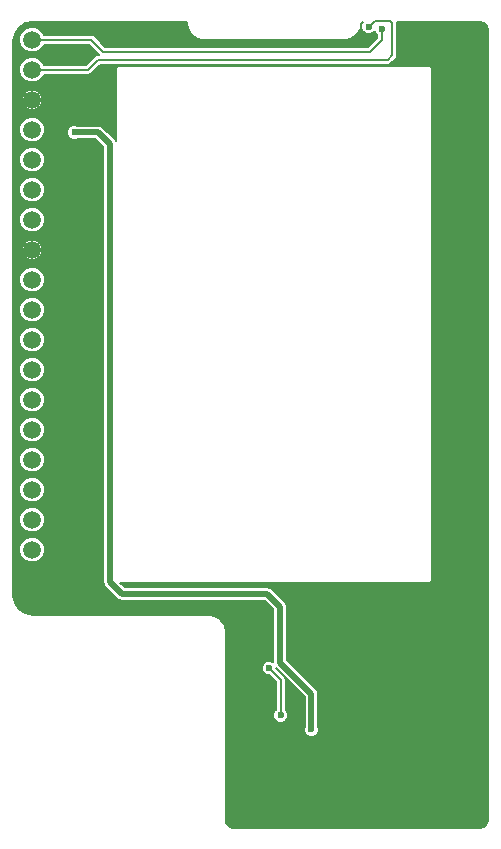
<source format=gbr>
G04 #@! TF.FileFunction,Copper,L2,Bot,Signal*
%FSLAX46Y46*%
G04 Gerber Fmt 4.6, Leading zero omitted, Abs format (unit mm)*
G04 Created by KiCad (PCBNEW 4.0.6-e0-6349~53~ubuntu14.04.1) date Sun Jun 18 12:02:25 2017*
%MOMM*%
%LPD*%
G01*
G04 APERTURE LIST*
%ADD10C,0.100000*%
%ADD11C,1.500000*%
%ADD12C,0.600000*%
%ADD13C,0.200000*%
%ADD14C,0.500000*%
G04 APERTURE END LIST*
D10*
D11*
X128000000Y-85990000D03*
X128000000Y-88530000D03*
X128000000Y-91070000D03*
X128000000Y-93610000D03*
X128000000Y-96150000D03*
X128000000Y-98690000D03*
X128000000Y-101230000D03*
X128000000Y-103770000D03*
X128000000Y-106310000D03*
X128000000Y-108850000D03*
X128000000Y-111390000D03*
X128000000Y-113930000D03*
X128000000Y-116470000D03*
X128000000Y-119010000D03*
X128000000Y-121550000D03*
X128000000Y-124090000D03*
X128000000Y-83450000D03*
X128000000Y-80910000D03*
D12*
X156500000Y-79800000D03*
X157600000Y-80000000D03*
X131600000Y-88750000D03*
X151650000Y-139300000D03*
X148050000Y-134100000D03*
X149050000Y-138100000D03*
D13*
X128000000Y-83450000D02*
X132750000Y-83450000D01*
X157000000Y-79300000D02*
X156500000Y-79800000D01*
X158300000Y-79300000D02*
X157000000Y-79300000D01*
X158500000Y-79500000D02*
X158300000Y-79300000D01*
X158500000Y-82200000D02*
X158500000Y-79500000D01*
X158100000Y-82600000D02*
X158500000Y-82200000D01*
X133600000Y-82600000D02*
X158100000Y-82600000D01*
X132750000Y-83450000D02*
X133600000Y-82600000D01*
X128000000Y-80910000D02*
X133010000Y-80910000D01*
X157600000Y-80900000D02*
X157600000Y-80000000D01*
X156600000Y-81900000D02*
X157600000Y-80900000D01*
X134000000Y-81900000D02*
X156600000Y-81900000D01*
X133010000Y-80910000D02*
X134000000Y-81900000D01*
D14*
X149100000Y-133725000D02*
X149000000Y-133625000D01*
X131600000Y-88750000D02*
X133600000Y-88750000D01*
X133600000Y-88750000D02*
X134600000Y-89750000D01*
X134600000Y-89750000D02*
X134600000Y-126825000D01*
X134600000Y-126825000D02*
X135600000Y-127825000D01*
X135600000Y-127825000D02*
X147925000Y-127825000D01*
X147925000Y-127825000D02*
X149000000Y-128900000D01*
X149000000Y-133625000D02*
X149000000Y-128900000D01*
X151650000Y-136275000D02*
X149100000Y-133725000D01*
X149100000Y-133725000D02*
X149125000Y-133750000D01*
X151650000Y-139300000D02*
X151650000Y-136275000D01*
D13*
X149050000Y-135100000D02*
X148050000Y-134100000D01*
X149050000Y-138100000D02*
X149050000Y-135100000D01*
G36*
X141037220Y-79410142D02*
X141068774Y-79431225D01*
X141089859Y-79462781D01*
X141112590Y-79577060D01*
X141188710Y-79959743D01*
X141247689Y-80102133D01*
X141464462Y-80426557D01*
X141518953Y-80481047D01*
X141573443Y-80535538D01*
X141897867Y-80752310D01*
X142040256Y-80811290D01*
X142040257Y-80811290D01*
X142422940Y-80887410D01*
X142461843Y-80887410D01*
X142500000Y-80895000D01*
X154500000Y-80895000D01*
X154538157Y-80887410D01*
X154577060Y-80887410D01*
X154959743Y-80811290D01*
X155102133Y-80752311D01*
X155426557Y-80535538D01*
X155481047Y-80481047D01*
X155535538Y-80426557D01*
X155752310Y-80102133D01*
X155811290Y-79959744D01*
X155811290Y-79959743D01*
X155887410Y-79577060D01*
X155910142Y-79462780D01*
X155931225Y-79431226D01*
X155962781Y-79410141D01*
X156025447Y-79397676D01*
X155974696Y-79448339D01*
X155880107Y-79676133D01*
X155879892Y-79922785D01*
X155974083Y-80150743D01*
X156148339Y-80325304D01*
X156376133Y-80419893D01*
X156622785Y-80420108D01*
X156850743Y-80325917D01*
X157001600Y-80175323D01*
X157074083Y-80350743D01*
X157180000Y-80456845D01*
X157180000Y-80726030D01*
X156426030Y-81480000D01*
X134173970Y-81480000D01*
X133306985Y-80613015D01*
X133170727Y-80521971D01*
X133010000Y-80490000D01*
X128984202Y-80490000D01*
X128907631Y-80304685D01*
X128606898Y-80003427D01*
X128213770Y-79840186D01*
X127788098Y-79839814D01*
X127394685Y-80002369D01*
X127093427Y-80303102D01*
X126930186Y-80696230D01*
X126929814Y-81121902D01*
X127092369Y-81515315D01*
X127393102Y-81816573D01*
X127786230Y-81979814D01*
X128211902Y-81980186D01*
X128605315Y-81817631D01*
X128906573Y-81516898D01*
X128984180Y-81330000D01*
X132836030Y-81330000D01*
X133686030Y-82180000D01*
X133600005Y-82180000D01*
X133600000Y-82179999D01*
X133465940Y-82206666D01*
X133439273Y-82211971D01*
X133325443Y-82288029D01*
X133303015Y-82303015D01*
X132576030Y-83030000D01*
X128984202Y-83030000D01*
X128907631Y-82844685D01*
X128606898Y-82543427D01*
X128213770Y-82380186D01*
X127788098Y-82379814D01*
X127394685Y-82542369D01*
X127093427Y-82843102D01*
X126930186Y-83236230D01*
X126929814Y-83661902D01*
X127092369Y-84055315D01*
X127393102Y-84356573D01*
X127786230Y-84519814D01*
X128211902Y-84520186D01*
X128605315Y-84357631D01*
X128906573Y-84056898D01*
X128984180Y-83870000D01*
X132750000Y-83870000D01*
X132910727Y-83838029D01*
X133046985Y-83746985D01*
X133773970Y-83020000D01*
X158100000Y-83020000D01*
X158260727Y-82988029D01*
X158396985Y-82896985D01*
X158796985Y-82496985D01*
X158888029Y-82360727D01*
X158920000Y-82200000D01*
X158920000Y-79500000D01*
X158899114Y-79395000D01*
X165961098Y-79395000D01*
X166228561Y-79448201D01*
X166422327Y-79577671D01*
X166551799Y-79771440D01*
X166605000Y-80038902D01*
X166605000Y-146961098D01*
X166551799Y-147228560D01*
X166422327Y-147422329D01*
X166228561Y-147551799D01*
X165961098Y-147605000D01*
X145038902Y-147605000D01*
X144771440Y-147551799D01*
X144577671Y-147422327D01*
X144448201Y-147228561D01*
X144395000Y-146961098D01*
X144395000Y-131000000D01*
X144387410Y-130961843D01*
X144387410Y-130922940D01*
X144311290Y-130540257D01*
X144252310Y-130397867D01*
X144035538Y-130073443D01*
X143981047Y-130018953D01*
X143926557Y-129964462D01*
X143602133Y-129747689D01*
X143459743Y-129688710D01*
X143077060Y-129612590D01*
X143038157Y-129612590D01*
X143000000Y-129605000D01*
X128038903Y-129605000D01*
X127388755Y-129475677D01*
X126870565Y-129129435D01*
X126524323Y-128611245D01*
X126395000Y-127961096D01*
X126395000Y-124301902D01*
X126929814Y-124301902D01*
X127092369Y-124695315D01*
X127393102Y-124996573D01*
X127786230Y-125159814D01*
X128211902Y-125160186D01*
X128605315Y-124997631D01*
X128906573Y-124696898D01*
X129069814Y-124303770D01*
X129070186Y-123878098D01*
X128907631Y-123484685D01*
X128606898Y-123183427D01*
X128213770Y-123020186D01*
X127788098Y-123019814D01*
X127394685Y-123182369D01*
X127093427Y-123483102D01*
X126930186Y-123876230D01*
X126929814Y-124301902D01*
X126395000Y-124301902D01*
X126395000Y-121761902D01*
X126929814Y-121761902D01*
X127092369Y-122155315D01*
X127393102Y-122456573D01*
X127786230Y-122619814D01*
X128211902Y-122620186D01*
X128605315Y-122457631D01*
X128906573Y-122156898D01*
X129069814Y-121763770D01*
X129070186Y-121338098D01*
X128907631Y-120944685D01*
X128606898Y-120643427D01*
X128213770Y-120480186D01*
X127788098Y-120479814D01*
X127394685Y-120642369D01*
X127093427Y-120943102D01*
X126930186Y-121336230D01*
X126929814Y-121761902D01*
X126395000Y-121761902D01*
X126395000Y-119221902D01*
X126929814Y-119221902D01*
X127092369Y-119615315D01*
X127393102Y-119916573D01*
X127786230Y-120079814D01*
X128211902Y-120080186D01*
X128605315Y-119917631D01*
X128906573Y-119616898D01*
X129069814Y-119223770D01*
X129070186Y-118798098D01*
X128907631Y-118404685D01*
X128606898Y-118103427D01*
X128213770Y-117940186D01*
X127788098Y-117939814D01*
X127394685Y-118102369D01*
X127093427Y-118403102D01*
X126930186Y-118796230D01*
X126929814Y-119221902D01*
X126395000Y-119221902D01*
X126395000Y-116681902D01*
X126929814Y-116681902D01*
X127092369Y-117075315D01*
X127393102Y-117376573D01*
X127786230Y-117539814D01*
X128211902Y-117540186D01*
X128605315Y-117377631D01*
X128906573Y-117076898D01*
X129069814Y-116683770D01*
X129070186Y-116258098D01*
X128907631Y-115864685D01*
X128606898Y-115563427D01*
X128213770Y-115400186D01*
X127788098Y-115399814D01*
X127394685Y-115562369D01*
X127093427Y-115863102D01*
X126930186Y-116256230D01*
X126929814Y-116681902D01*
X126395000Y-116681902D01*
X126395000Y-114141902D01*
X126929814Y-114141902D01*
X127092369Y-114535315D01*
X127393102Y-114836573D01*
X127786230Y-114999814D01*
X128211902Y-115000186D01*
X128605315Y-114837631D01*
X128906573Y-114536898D01*
X129069814Y-114143770D01*
X129070186Y-113718098D01*
X128907631Y-113324685D01*
X128606898Y-113023427D01*
X128213770Y-112860186D01*
X127788098Y-112859814D01*
X127394685Y-113022369D01*
X127093427Y-113323102D01*
X126930186Y-113716230D01*
X126929814Y-114141902D01*
X126395000Y-114141902D01*
X126395000Y-111601902D01*
X126929814Y-111601902D01*
X127092369Y-111995315D01*
X127393102Y-112296573D01*
X127786230Y-112459814D01*
X128211902Y-112460186D01*
X128605315Y-112297631D01*
X128906573Y-111996898D01*
X129069814Y-111603770D01*
X129070186Y-111178098D01*
X128907631Y-110784685D01*
X128606898Y-110483427D01*
X128213770Y-110320186D01*
X127788098Y-110319814D01*
X127394685Y-110482369D01*
X127093427Y-110783102D01*
X126930186Y-111176230D01*
X126929814Y-111601902D01*
X126395000Y-111601902D01*
X126395000Y-109061902D01*
X126929814Y-109061902D01*
X127092369Y-109455315D01*
X127393102Y-109756573D01*
X127786230Y-109919814D01*
X128211902Y-109920186D01*
X128605315Y-109757631D01*
X128906573Y-109456898D01*
X129069814Y-109063770D01*
X129070186Y-108638098D01*
X128907631Y-108244685D01*
X128606898Y-107943427D01*
X128213770Y-107780186D01*
X127788098Y-107779814D01*
X127394685Y-107942369D01*
X127093427Y-108243102D01*
X126930186Y-108636230D01*
X126929814Y-109061902D01*
X126395000Y-109061902D01*
X126395000Y-106521902D01*
X126929814Y-106521902D01*
X127092369Y-106915315D01*
X127393102Y-107216573D01*
X127786230Y-107379814D01*
X128211902Y-107380186D01*
X128605315Y-107217631D01*
X128906573Y-106916898D01*
X129069814Y-106523770D01*
X129070186Y-106098098D01*
X128907631Y-105704685D01*
X128606898Y-105403427D01*
X128213770Y-105240186D01*
X127788098Y-105239814D01*
X127394685Y-105402369D01*
X127093427Y-105703102D01*
X126930186Y-106096230D01*
X126929814Y-106521902D01*
X126395000Y-106521902D01*
X126395000Y-103981902D01*
X126929814Y-103981902D01*
X127092369Y-104375315D01*
X127393102Y-104676573D01*
X127786230Y-104839814D01*
X128211902Y-104840186D01*
X128605315Y-104677631D01*
X128906573Y-104376898D01*
X129069814Y-103983770D01*
X129070186Y-103558098D01*
X128907631Y-103164685D01*
X128606898Y-102863427D01*
X128213770Y-102700186D01*
X127788098Y-102699814D01*
X127394685Y-102862369D01*
X127093427Y-103163102D01*
X126930186Y-103556230D01*
X126929814Y-103981902D01*
X126395000Y-103981902D01*
X126395000Y-101441902D01*
X126929814Y-101441902D01*
X127092369Y-101835315D01*
X127393102Y-102136573D01*
X127786230Y-102299814D01*
X128211902Y-102300186D01*
X128605315Y-102137631D01*
X128906573Y-101836898D01*
X129069814Y-101443770D01*
X129070186Y-101018098D01*
X128907631Y-100624685D01*
X128606898Y-100323427D01*
X128213770Y-100160186D01*
X127788098Y-100159814D01*
X127394685Y-100322369D01*
X127093427Y-100623102D01*
X126930186Y-101016230D01*
X126929814Y-101441902D01*
X126395000Y-101441902D01*
X126395000Y-99302553D01*
X127422802Y-99302553D01*
X127511032Y-99405539D01*
X127822078Y-99538192D01*
X128160210Y-99541715D01*
X128473952Y-99415573D01*
X128488968Y-99405539D01*
X128577198Y-99302553D01*
X128000000Y-98725355D01*
X127422802Y-99302553D01*
X126395000Y-99302553D01*
X126395000Y-98850210D01*
X127148285Y-98850210D01*
X127274427Y-99163952D01*
X127284461Y-99178968D01*
X127387447Y-99267198D01*
X127964645Y-98690000D01*
X128035355Y-98690000D01*
X128612553Y-99267198D01*
X128715539Y-99178968D01*
X128848192Y-98867922D01*
X128851715Y-98529790D01*
X128725573Y-98216048D01*
X128715539Y-98201032D01*
X128612553Y-98112802D01*
X128035355Y-98690000D01*
X127964645Y-98690000D01*
X127387447Y-98112802D01*
X127284461Y-98201032D01*
X127151808Y-98512078D01*
X127148285Y-98850210D01*
X126395000Y-98850210D01*
X126395000Y-98077447D01*
X127422802Y-98077447D01*
X128000000Y-98654645D01*
X128577198Y-98077447D01*
X128488968Y-97974461D01*
X128177922Y-97841808D01*
X127839790Y-97838285D01*
X127526048Y-97964427D01*
X127511032Y-97974461D01*
X127422802Y-98077447D01*
X126395000Y-98077447D01*
X126395000Y-96361902D01*
X126929814Y-96361902D01*
X127092369Y-96755315D01*
X127393102Y-97056573D01*
X127786230Y-97219814D01*
X128211902Y-97220186D01*
X128605315Y-97057631D01*
X128906573Y-96756898D01*
X129069814Y-96363770D01*
X129070186Y-95938098D01*
X128907631Y-95544685D01*
X128606898Y-95243427D01*
X128213770Y-95080186D01*
X127788098Y-95079814D01*
X127394685Y-95242369D01*
X127093427Y-95543102D01*
X126930186Y-95936230D01*
X126929814Y-96361902D01*
X126395000Y-96361902D01*
X126395000Y-93821902D01*
X126929814Y-93821902D01*
X127092369Y-94215315D01*
X127393102Y-94516573D01*
X127786230Y-94679814D01*
X128211902Y-94680186D01*
X128605315Y-94517631D01*
X128906573Y-94216898D01*
X129069814Y-93823770D01*
X129070186Y-93398098D01*
X128907631Y-93004685D01*
X128606898Y-92703427D01*
X128213770Y-92540186D01*
X127788098Y-92539814D01*
X127394685Y-92702369D01*
X127093427Y-93003102D01*
X126930186Y-93396230D01*
X126929814Y-93821902D01*
X126395000Y-93821902D01*
X126395000Y-91281902D01*
X126929814Y-91281902D01*
X127092369Y-91675315D01*
X127393102Y-91976573D01*
X127786230Y-92139814D01*
X128211902Y-92140186D01*
X128605315Y-91977631D01*
X128906573Y-91676898D01*
X129069814Y-91283770D01*
X129070186Y-90858098D01*
X128907631Y-90464685D01*
X128606898Y-90163427D01*
X128213770Y-90000186D01*
X127788098Y-89999814D01*
X127394685Y-90162369D01*
X127093427Y-90463102D01*
X126930186Y-90856230D01*
X126929814Y-91281902D01*
X126395000Y-91281902D01*
X126395000Y-88741902D01*
X126929814Y-88741902D01*
X127092369Y-89135315D01*
X127393102Y-89436573D01*
X127786230Y-89599814D01*
X128211902Y-89600186D01*
X128605315Y-89437631D01*
X128906573Y-89136898D01*
X129016242Y-88872785D01*
X130979892Y-88872785D01*
X131074083Y-89100743D01*
X131248339Y-89275304D01*
X131476133Y-89369893D01*
X131722785Y-89370108D01*
X131844055Y-89320000D01*
X133363898Y-89320000D01*
X134030000Y-89986102D01*
X134030000Y-126825000D01*
X134073389Y-127043130D01*
X134196949Y-127228051D01*
X135196949Y-128228051D01*
X135381871Y-128351612D01*
X135600000Y-128395000D01*
X147688898Y-128395000D01*
X148430000Y-129136102D01*
X148430000Y-133603085D01*
X148401661Y-133574696D01*
X148173867Y-133480107D01*
X147927215Y-133479892D01*
X147699257Y-133574083D01*
X147524696Y-133748339D01*
X147430107Y-133976133D01*
X147429892Y-134222785D01*
X147524083Y-134450743D01*
X147698339Y-134625304D01*
X147926133Y-134719893D01*
X148076054Y-134720024D01*
X148630000Y-135273970D01*
X148630000Y-137643219D01*
X148524696Y-137748339D01*
X148430107Y-137976133D01*
X148429892Y-138222785D01*
X148524083Y-138450743D01*
X148698339Y-138625304D01*
X148926133Y-138719893D01*
X149172785Y-138720108D01*
X149400743Y-138625917D01*
X149575304Y-138451661D01*
X149669893Y-138223867D01*
X149670108Y-137977215D01*
X149575917Y-137749257D01*
X149470000Y-137643155D01*
X149470000Y-135100005D01*
X149470001Y-135100000D01*
X149438029Y-134939274D01*
X149438029Y-134939273D01*
X149346985Y-134803015D01*
X148669978Y-134126008D01*
X148670000Y-134101102D01*
X151080000Y-136511102D01*
X151080000Y-139055978D01*
X151030107Y-139176133D01*
X151029892Y-139422785D01*
X151124083Y-139650743D01*
X151298339Y-139825304D01*
X151526133Y-139919893D01*
X151772785Y-139920108D01*
X152000743Y-139825917D01*
X152175304Y-139651661D01*
X152269893Y-139423867D01*
X152270108Y-139177215D01*
X152220000Y-139055945D01*
X152220000Y-136275000D01*
X152176612Y-136056871D01*
X152053051Y-135871949D01*
X149570000Y-133388898D01*
X149570000Y-128900000D01*
X149558548Y-128842427D01*
X149526612Y-128681871D01*
X149403051Y-128496949D01*
X148328051Y-127421949D01*
X148287719Y-127395000D01*
X148143130Y-127298389D01*
X147925000Y-127255000D01*
X135836102Y-127255000D01*
X135471666Y-126890564D01*
X135500000Y-126896200D01*
X161500000Y-126896200D01*
X161651619Y-126866041D01*
X161780156Y-126780156D01*
X161866041Y-126651619D01*
X161896200Y-126500000D01*
X161896200Y-83500000D01*
X161866041Y-83348381D01*
X161780156Y-83219844D01*
X161651619Y-83133959D01*
X161500000Y-83103800D01*
X135500000Y-83103800D01*
X135348381Y-83133959D01*
X135219844Y-83219844D01*
X135133959Y-83348381D01*
X135103800Y-83500000D01*
X135103800Y-89497730D01*
X135003051Y-89346949D01*
X134003051Y-88346949D01*
X133959872Y-88318098D01*
X133818130Y-88223389D01*
X133600000Y-88180000D01*
X131844022Y-88180000D01*
X131723867Y-88130107D01*
X131477215Y-88129892D01*
X131249257Y-88224083D01*
X131074696Y-88398339D01*
X130980107Y-88626133D01*
X130979892Y-88872785D01*
X129016242Y-88872785D01*
X129069814Y-88743770D01*
X129070186Y-88318098D01*
X128907631Y-87924685D01*
X128606898Y-87623427D01*
X128213770Y-87460186D01*
X127788098Y-87459814D01*
X127394685Y-87622369D01*
X127093427Y-87923102D01*
X126930186Y-88316230D01*
X126929814Y-88741902D01*
X126395000Y-88741902D01*
X126395000Y-86602553D01*
X127422802Y-86602553D01*
X127511032Y-86705539D01*
X127822078Y-86838192D01*
X128160210Y-86841715D01*
X128473952Y-86715573D01*
X128488968Y-86705539D01*
X128577198Y-86602553D01*
X128000000Y-86025355D01*
X127422802Y-86602553D01*
X126395000Y-86602553D01*
X126395000Y-86150210D01*
X127148285Y-86150210D01*
X127274427Y-86463952D01*
X127284461Y-86478968D01*
X127387447Y-86567198D01*
X127964645Y-85990000D01*
X128035355Y-85990000D01*
X128612553Y-86567198D01*
X128715539Y-86478968D01*
X128848192Y-86167922D01*
X128851715Y-85829790D01*
X128725573Y-85516048D01*
X128715539Y-85501032D01*
X128612553Y-85412802D01*
X128035355Y-85990000D01*
X127964645Y-85990000D01*
X127387447Y-85412802D01*
X127284461Y-85501032D01*
X127151808Y-85812078D01*
X127148285Y-86150210D01*
X126395000Y-86150210D01*
X126395000Y-85377447D01*
X127422802Y-85377447D01*
X128000000Y-85954645D01*
X128577198Y-85377447D01*
X128488968Y-85274461D01*
X128177922Y-85141808D01*
X127839790Y-85138285D01*
X127526048Y-85264427D01*
X127511032Y-85274461D01*
X127422802Y-85377447D01*
X126395000Y-85377447D01*
X126395000Y-81038904D01*
X126524323Y-80388755D01*
X126870565Y-79870565D01*
X127388755Y-79524323D01*
X128038903Y-79395000D01*
X140961098Y-79395000D01*
X141037220Y-79410142D01*
X141037220Y-79410142D01*
G37*
X141037220Y-79410142D02*
X141068774Y-79431225D01*
X141089859Y-79462781D01*
X141112590Y-79577060D01*
X141188710Y-79959743D01*
X141247689Y-80102133D01*
X141464462Y-80426557D01*
X141518953Y-80481047D01*
X141573443Y-80535538D01*
X141897867Y-80752310D01*
X142040256Y-80811290D01*
X142040257Y-80811290D01*
X142422940Y-80887410D01*
X142461843Y-80887410D01*
X142500000Y-80895000D01*
X154500000Y-80895000D01*
X154538157Y-80887410D01*
X154577060Y-80887410D01*
X154959743Y-80811290D01*
X155102133Y-80752311D01*
X155426557Y-80535538D01*
X155481047Y-80481047D01*
X155535538Y-80426557D01*
X155752310Y-80102133D01*
X155811290Y-79959744D01*
X155811290Y-79959743D01*
X155887410Y-79577060D01*
X155910142Y-79462780D01*
X155931225Y-79431226D01*
X155962781Y-79410141D01*
X156025447Y-79397676D01*
X155974696Y-79448339D01*
X155880107Y-79676133D01*
X155879892Y-79922785D01*
X155974083Y-80150743D01*
X156148339Y-80325304D01*
X156376133Y-80419893D01*
X156622785Y-80420108D01*
X156850743Y-80325917D01*
X157001600Y-80175323D01*
X157074083Y-80350743D01*
X157180000Y-80456845D01*
X157180000Y-80726030D01*
X156426030Y-81480000D01*
X134173970Y-81480000D01*
X133306985Y-80613015D01*
X133170727Y-80521971D01*
X133010000Y-80490000D01*
X128984202Y-80490000D01*
X128907631Y-80304685D01*
X128606898Y-80003427D01*
X128213770Y-79840186D01*
X127788098Y-79839814D01*
X127394685Y-80002369D01*
X127093427Y-80303102D01*
X126930186Y-80696230D01*
X126929814Y-81121902D01*
X127092369Y-81515315D01*
X127393102Y-81816573D01*
X127786230Y-81979814D01*
X128211902Y-81980186D01*
X128605315Y-81817631D01*
X128906573Y-81516898D01*
X128984180Y-81330000D01*
X132836030Y-81330000D01*
X133686030Y-82180000D01*
X133600005Y-82180000D01*
X133600000Y-82179999D01*
X133465940Y-82206666D01*
X133439273Y-82211971D01*
X133325443Y-82288029D01*
X133303015Y-82303015D01*
X132576030Y-83030000D01*
X128984202Y-83030000D01*
X128907631Y-82844685D01*
X128606898Y-82543427D01*
X128213770Y-82380186D01*
X127788098Y-82379814D01*
X127394685Y-82542369D01*
X127093427Y-82843102D01*
X126930186Y-83236230D01*
X126929814Y-83661902D01*
X127092369Y-84055315D01*
X127393102Y-84356573D01*
X127786230Y-84519814D01*
X128211902Y-84520186D01*
X128605315Y-84357631D01*
X128906573Y-84056898D01*
X128984180Y-83870000D01*
X132750000Y-83870000D01*
X132910727Y-83838029D01*
X133046985Y-83746985D01*
X133773970Y-83020000D01*
X158100000Y-83020000D01*
X158260727Y-82988029D01*
X158396985Y-82896985D01*
X158796985Y-82496985D01*
X158888029Y-82360727D01*
X158920000Y-82200000D01*
X158920000Y-79500000D01*
X158899114Y-79395000D01*
X165961098Y-79395000D01*
X166228561Y-79448201D01*
X166422327Y-79577671D01*
X166551799Y-79771440D01*
X166605000Y-80038902D01*
X166605000Y-146961098D01*
X166551799Y-147228560D01*
X166422327Y-147422329D01*
X166228561Y-147551799D01*
X165961098Y-147605000D01*
X145038902Y-147605000D01*
X144771440Y-147551799D01*
X144577671Y-147422327D01*
X144448201Y-147228561D01*
X144395000Y-146961098D01*
X144395000Y-131000000D01*
X144387410Y-130961843D01*
X144387410Y-130922940D01*
X144311290Y-130540257D01*
X144252310Y-130397867D01*
X144035538Y-130073443D01*
X143981047Y-130018953D01*
X143926557Y-129964462D01*
X143602133Y-129747689D01*
X143459743Y-129688710D01*
X143077060Y-129612590D01*
X143038157Y-129612590D01*
X143000000Y-129605000D01*
X128038903Y-129605000D01*
X127388755Y-129475677D01*
X126870565Y-129129435D01*
X126524323Y-128611245D01*
X126395000Y-127961096D01*
X126395000Y-124301902D01*
X126929814Y-124301902D01*
X127092369Y-124695315D01*
X127393102Y-124996573D01*
X127786230Y-125159814D01*
X128211902Y-125160186D01*
X128605315Y-124997631D01*
X128906573Y-124696898D01*
X129069814Y-124303770D01*
X129070186Y-123878098D01*
X128907631Y-123484685D01*
X128606898Y-123183427D01*
X128213770Y-123020186D01*
X127788098Y-123019814D01*
X127394685Y-123182369D01*
X127093427Y-123483102D01*
X126930186Y-123876230D01*
X126929814Y-124301902D01*
X126395000Y-124301902D01*
X126395000Y-121761902D01*
X126929814Y-121761902D01*
X127092369Y-122155315D01*
X127393102Y-122456573D01*
X127786230Y-122619814D01*
X128211902Y-122620186D01*
X128605315Y-122457631D01*
X128906573Y-122156898D01*
X129069814Y-121763770D01*
X129070186Y-121338098D01*
X128907631Y-120944685D01*
X128606898Y-120643427D01*
X128213770Y-120480186D01*
X127788098Y-120479814D01*
X127394685Y-120642369D01*
X127093427Y-120943102D01*
X126930186Y-121336230D01*
X126929814Y-121761902D01*
X126395000Y-121761902D01*
X126395000Y-119221902D01*
X126929814Y-119221902D01*
X127092369Y-119615315D01*
X127393102Y-119916573D01*
X127786230Y-120079814D01*
X128211902Y-120080186D01*
X128605315Y-119917631D01*
X128906573Y-119616898D01*
X129069814Y-119223770D01*
X129070186Y-118798098D01*
X128907631Y-118404685D01*
X128606898Y-118103427D01*
X128213770Y-117940186D01*
X127788098Y-117939814D01*
X127394685Y-118102369D01*
X127093427Y-118403102D01*
X126930186Y-118796230D01*
X126929814Y-119221902D01*
X126395000Y-119221902D01*
X126395000Y-116681902D01*
X126929814Y-116681902D01*
X127092369Y-117075315D01*
X127393102Y-117376573D01*
X127786230Y-117539814D01*
X128211902Y-117540186D01*
X128605315Y-117377631D01*
X128906573Y-117076898D01*
X129069814Y-116683770D01*
X129070186Y-116258098D01*
X128907631Y-115864685D01*
X128606898Y-115563427D01*
X128213770Y-115400186D01*
X127788098Y-115399814D01*
X127394685Y-115562369D01*
X127093427Y-115863102D01*
X126930186Y-116256230D01*
X126929814Y-116681902D01*
X126395000Y-116681902D01*
X126395000Y-114141902D01*
X126929814Y-114141902D01*
X127092369Y-114535315D01*
X127393102Y-114836573D01*
X127786230Y-114999814D01*
X128211902Y-115000186D01*
X128605315Y-114837631D01*
X128906573Y-114536898D01*
X129069814Y-114143770D01*
X129070186Y-113718098D01*
X128907631Y-113324685D01*
X128606898Y-113023427D01*
X128213770Y-112860186D01*
X127788098Y-112859814D01*
X127394685Y-113022369D01*
X127093427Y-113323102D01*
X126930186Y-113716230D01*
X126929814Y-114141902D01*
X126395000Y-114141902D01*
X126395000Y-111601902D01*
X126929814Y-111601902D01*
X127092369Y-111995315D01*
X127393102Y-112296573D01*
X127786230Y-112459814D01*
X128211902Y-112460186D01*
X128605315Y-112297631D01*
X128906573Y-111996898D01*
X129069814Y-111603770D01*
X129070186Y-111178098D01*
X128907631Y-110784685D01*
X128606898Y-110483427D01*
X128213770Y-110320186D01*
X127788098Y-110319814D01*
X127394685Y-110482369D01*
X127093427Y-110783102D01*
X126930186Y-111176230D01*
X126929814Y-111601902D01*
X126395000Y-111601902D01*
X126395000Y-109061902D01*
X126929814Y-109061902D01*
X127092369Y-109455315D01*
X127393102Y-109756573D01*
X127786230Y-109919814D01*
X128211902Y-109920186D01*
X128605315Y-109757631D01*
X128906573Y-109456898D01*
X129069814Y-109063770D01*
X129070186Y-108638098D01*
X128907631Y-108244685D01*
X128606898Y-107943427D01*
X128213770Y-107780186D01*
X127788098Y-107779814D01*
X127394685Y-107942369D01*
X127093427Y-108243102D01*
X126930186Y-108636230D01*
X126929814Y-109061902D01*
X126395000Y-109061902D01*
X126395000Y-106521902D01*
X126929814Y-106521902D01*
X127092369Y-106915315D01*
X127393102Y-107216573D01*
X127786230Y-107379814D01*
X128211902Y-107380186D01*
X128605315Y-107217631D01*
X128906573Y-106916898D01*
X129069814Y-106523770D01*
X129070186Y-106098098D01*
X128907631Y-105704685D01*
X128606898Y-105403427D01*
X128213770Y-105240186D01*
X127788098Y-105239814D01*
X127394685Y-105402369D01*
X127093427Y-105703102D01*
X126930186Y-106096230D01*
X126929814Y-106521902D01*
X126395000Y-106521902D01*
X126395000Y-103981902D01*
X126929814Y-103981902D01*
X127092369Y-104375315D01*
X127393102Y-104676573D01*
X127786230Y-104839814D01*
X128211902Y-104840186D01*
X128605315Y-104677631D01*
X128906573Y-104376898D01*
X129069814Y-103983770D01*
X129070186Y-103558098D01*
X128907631Y-103164685D01*
X128606898Y-102863427D01*
X128213770Y-102700186D01*
X127788098Y-102699814D01*
X127394685Y-102862369D01*
X127093427Y-103163102D01*
X126930186Y-103556230D01*
X126929814Y-103981902D01*
X126395000Y-103981902D01*
X126395000Y-101441902D01*
X126929814Y-101441902D01*
X127092369Y-101835315D01*
X127393102Y-102136573D01*
X127786230Y-102299814D01*
X128211902Y-102300186D01*
X128605315Y-102137631D01*
X128906573Y-101836898D01*
X129069814Y-101443770D01*
X129070186Y-101018098D01*
X128907631Y-100624685D01*
X128606898Y-100323427D01*
X128213770Y-100160186D01*
X127788098Y-100159814D01*
X127394685Y-100322369D01*
X127093427Y-100623102D01*
X126930186Y-101016230D01*
X126929814Y-101441902D01*
X126395000Y-101441902D01*
X126395000Y-99302553D01*
X127422802Y-99302553D01*
X127511032Y-99405539D01*
X127822078Y-99538192D01*
X128160210Y-99541715D01*
X128473952Y-99415573D01*
X128488968Y-99405539D01*
X128577198Y-99302553D01*
X128000000Y-98725355D01*
X127422802Y-99302553D01*
X126395000Y-99302553D01*
X126395000Y-98850210D01*
X127148285Y-98850210D01*
X127274427Y-99163952D01*
X127284461Y-99178968D01*
X127387447Y-99267198D01*
X127964645Y-98690000D01*
X128035355Y-98690000D01*
X128612553Y-99267198D01*
X128715539Y-99178968D01*
X128848192Y-98867922D01*
X128851715Y-98529790D01*
X128725573Y-98216048D01*
X128715539Y-98201032D01*
X128612553Y-98112802D01*
X128035355Y-98690000D01*
X127964645Y-98690000D01*
X127387447Y-98112802D01*
X127284461Y-98201032D01*
X127151808Y-98512078D01*
X127148285Y-98850210D01*
X126395000Y-98850210D01*
X126395000Y-98077447D01*
X127422802Y-98077447D01*
X128000000Y-98654645D01*
X128577198Y-98077447D01*
X128488968Y-97974461D01*
X128177922Y-97841808D01*
X127839790Y-97838285D01*
X127526048Y-97964427D01*
X127511032Y-97974461D01*
X127422802Y-98077447D01*
X126395000Y-98077447D01*
X126395000Y-96361902D01*
X126929814Y-96361902D01*
X127092369Y-96755315D01*
X127393102Y-97056573D01*
X127786230Y-97219814D01*
X128211902Y-97220186D01*
X128605315Y-97057631D01*
X128906573Y-96756898D01*
X129069814Y-96363770D01*
X129070186Y-95938098D01*
X128907631Y-95544685D01*
X128606898Y-95243427D01*
X128213770Y-95080186D01*
X127788098Y-95079814D01*
X127394685Y-95242369D01*
X127093427Y-95543102D01*
X126930186Y-95936230D01*
X126929814Y-96361902D01*
X126395000Y-96361902D01*
X126395000Y-93821902D01*
X126929814Y-93821902D01*
X127092369Y-94215315D01*
X127393102Y-94516573D01*
X127786230Y-94679814D01*
X128211902Y-94680186D01*
X128605315Y-94517631D01*
X128906573Y-94216898D01*
X129069814Y-93823770D01*
X129070186Y-93398098D01*
X128907631Y-93004685D01*
X128606898Y-92703427D01*
X128213770Y-92540186D01*
X127788098Y-92539814D01*
X127394685Y-92702369D01*
X127093427Y-93003102D01*
X126930186Y-93396230D01*
X126929814Y-93821902D01*
X126395000Y-93821902D01*
X126395000Y-91281902D01*
X126929814Y-91281902D01*
X127092369Y-91675315D01*
X127393102Y-91976573D01*
X127786230Y-92139814D01*
X128211902Y-92140186D01*
X128605315Y-91977631D01*
X128906573Y-91676898D01*
X129069814Y-91283770D01*
X129070186Y-90858098D01*
X128907631Y-90464685D01*
X128606898Y-90163427D01*
X128213770Y-90000186D01*
X127788098Y-89999814D01*
X127394685Y-90162369D01*
X127093427Y-90463102D01*
X126930186Y-90856230D01*
X126929814Y-91281902D01*
X126395000Y-91281902D01*
X126395000Y-88741902D01*
X126929814Y-88741902D01*
X127092369Y-89135315D01*
X127393102Y-89436573D01*
X127786230Y-89599814D01*
X128211902Y-89600186D01*
X128605315Y-89437631D01*
X128906573Y-89136898D01*
X129016242Y-88872785D01*
X130979892Y-88872785D01*
X131074083Y-89100743D01*
X131248339Y-89275304D01*
X131476133Y-89369893D01*
X131722785Y-89370108D01*
X131844055Y-89320000D01*
X133363898Y-89320000D01*
X134030000Y-89986102D01*
X134030000Y-126825000D01*
X134073389Y-127043130D01*
X134196949Y-127228051D01*
X135196949Y-128228051D01*
X135381871Y-128351612D01*
X135600000Y-128395000D01*
X147688898Y-128395000D01*
X148430000Y-129136102D01*
X148430000Y-133603085D01*
X148401661Y-133574696D01*
X148173867Y-133480107D01*
X147927215Y-133479892D01*
X147699257Y-133574083D01*
X147524696Y-133748339D01*
X147430107Y-133976133D01*
X147429892Y-134222785D01*
X147524083Y-134450743D01*
X147698339Y-134625304D01*
X147926133Y-134719893D01*
X148076054Y-134720024D01*
X148630000Y-135273970D01*
X148630000Y-137643219D01*
X148524696Y-137748339D01*
X148430107Y-137976133D01*
X148429892Y-138222785D01*
X148524083Y-138450743D01*
X148698339Y-138625304D01*
X148926133Y-138719893D01*
X149172785Y-138720108D01*
X149400743Y-138625917D01*
X149575304Y-138451661D01*
X149669893Y-138223867D01*
X149670108Y-137977215D01*
X149575917Y-137749257D01*
X149470000Y-137643155D01*
X149470000Y-135100005D01*
X149470001Y-135100000D01*
X149438029Y-134939274D01*
X149438029Y-134939273D01*
X149346985Y-134803015D01*
X148669978Y-134126008D01*
X148670000Y-134101102D01*
X151080000Y-136511102D01*
X151080000Y-139055978D01*
X151030107Y-139176133D01*
X151029892Y-139422785D01*
X151124083Y-139650743D01*
X151298339Y-139825304D01*
X151526133Y-139919893D01*
X151772785Y-139920108D01*
X152000743Y-139825917D01*
X152175304Y-139651661D01*
X152269893Y-139423867D01*
X152270108Y-139177215D01*
X152220000Y-139055945D01*
X152220000Y-136275000D01*
X152176612Y-136056871D01*
X152053051Y-135871949D01*
X149570000Y-133388898D01*
X149570000Y-128900000D01*
X149558548Y-128842427D01*
X149526612Y-128681871D01*
X149403051Y-128496949D01*
X148328051Y-127421949D01*
X148287719Y-127395000D01*
X148143130Y-127298389D01*
X147925000Y-127255000D01*
X135836102Y-127255000D01*
X135471666Y-126890564D01*
X135500000Y-126896200D01*
X161500000Y-126896200D01*
X161651619Y-126866041D01*
X161780156Y-126780156D01*
X161866041Y-126651619D01*
X161896200Y-126500000D01*
X161896200Y-83500000D01*
X161866041Y-83348381D01*
X161780156Y-83219844D01*
X161651619Y-83133959D01*
X161500000Y-83103800D01*
X135500000Y-83103800D01*
X135348381Y-83133959D01*
X135219844Y-83219844D01*
X135133959Y-83348381D01*
X135103800Y-83500000D01*
X135103800Y-89497730D01*
X135003051Y-89346949D01*
X134003051Y-88346949D01*
X133959872Y-88318098D01*
X133818130Y-88223389D01*
X133600000Y-88180000D01*
X131844022Y-88180000D01*
X131723867Y-88130107D01*
X131477215Y-88129892D01*
X131249257Y-88224083D01*
X131074696Y-88398339D01*
X130980107Y-88626133D01*
X130979892Y-88872785D01*
X129016242Y-88872785D01*
X129069814Y-88743770D01*
X129070186Y-88318098D01*
X128907631Y-87924685D01*
X128606898Y-87623427D01*
X128213770Y-87460186D01*
X127788098Y-87459814D01*
X127394685Y-87622369D01*
X127093427Y-87923102D01*
X126930186Y-88316230D01*
X126929814Y-88741902D01*
X126395000Y-88741902D01*
X126395000Y-86602553D01*
X127422802Y-86602553D01*
X127511032Y-86705539D01*
X127822078Y-86838192D01*
X128160210Y-86841715D01*
X128473952Y-86715573D01*
X128488968Y-86705539D01*
X128577198Y-86602553D01*
X128000000Y-86025355D01*
X127422802Y-86602553D01*
X126395000Y-86602553D01*
X126395000Y-86150210D01*
X127148285Y-86150210D01*
X127274427Y-86463952D01*
X127284461Y-86478968D01*
X127387447Y-86567198D01*
X127964645Y-85990000D01*
X128035355Y-85990000D01*
X128612553Y-86567198D01*
X128715539Y-86478968D01*
X128848192Y-86167922D01*
X128851715Y-85829790D01*
X128725573Y-85516048D01*
X128715539Y-85501032D01*
X128612553Y-85412802D01*
X128035355Y-85990000D01*
X127964645Y-85990000D01*
X127387447Y-85412802D01*
X127284461Y-85501032D01*
X127151808Y-85812078D01*
X127148285Y-86150210D01*
X126395000Y-86150210D01*
X126395000Y-85377447D01*
X127422802Y-85377447D01*
X128000000Y-85954645D01*
X128577198Y-85377447D01*
X128488968Y-85274461D01*
X128177922Y-85141808D01*
X127839790Y-85138285D01*
X127526048Y-85264427D01*
X127511032Y-85274461D01*
X127422802Y-85377447D01*
X126395000Y-85377447D01*
X126395000Y-81038904D01*
X126524323Y-80388755D01*
X126870565Y-79870565D01*
X127388755Y-79524323D01*
X128038903Y-79395000D01*
X140961098Y-79395000D01*
X141037220Y-79410142D01*
M02*

</source>
